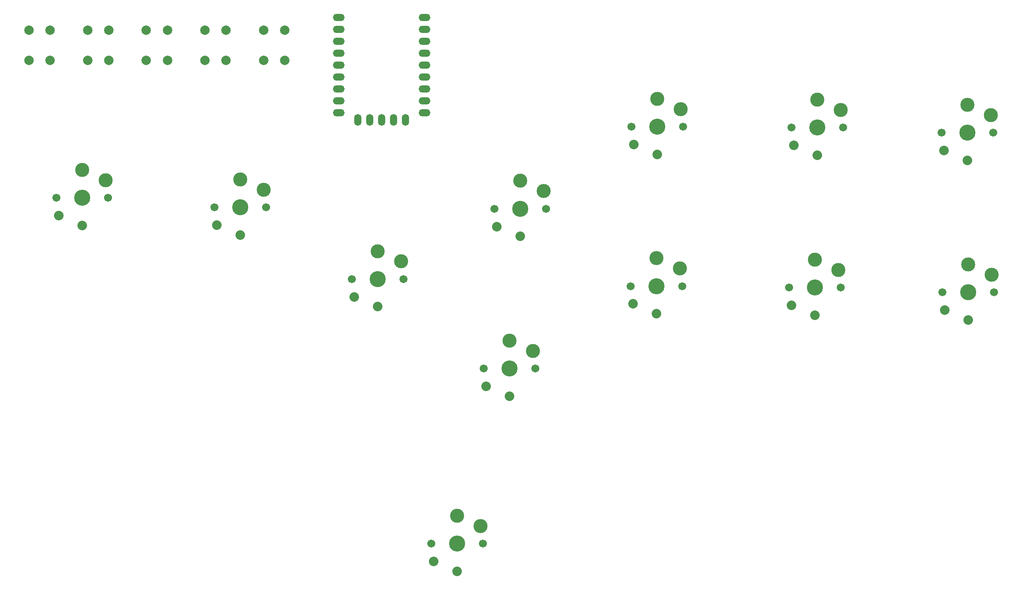
<source format=gbr>
%TF.GenerationSoftware,KiCad,Pcbnew,8.0.1*%
%TF.CreationDate,2024-03-26T13:51:38-04:00*%
%TF.ProjectId,hitbox,68697462-6f78-42e6-9b69-6361645f7063,rev?*%
%TF.SameCoordinates,Original*%
%TF.FileFunction,Soldermask,Top*%
%TF.FilePolarity,Negative*%
%FSLAX46Y46*%
G04 Gerber Fmt 4.6, Leading zero omitted, Abs format (unit mm)*
G04 Created by KiCad (PCBNEW 8.0.1) date 2024-03-26 13:51:38*
%MOMM*%
%LPD*%
G01*
G04 APERTURE LIST*
%ADD10C,2.000000*%
%ADD11C,1.701800*%
%ADD12C,3.000000*%
%ADD13C,3.429000*%
%ADD14C,2.032000*%
%ADD15O,2.500000X1.500000*%
%ADD16O,1.500000X2.500000*%
G04 APERTURE END LIST*
D10*
%TO.C,Home*%
X127750000Y-68250000D03*
X127750000Y-61750000D03*
X132250000Y-68250000D03*
X132250000Y-61750000D03*
%TD*%
D11*
%TO.C,B/Circle*%
X256000000Y-116350000D03*
D12*
X261500000Y-110400000D03*
D13*
X261500000Y-116350000D03*
D12*
X266500000Y-112600000D03*
D11*
X267000000Y-116350000D03*
D14*
X261500000Y-122250000D03*
X256500000Y-120150000D03*
%TD*%
D15*
%TO.C,U1*%
X212034194Y-59104962D03*
X212034194Y-61644962D03*
X212034194Y-64184962D03*
X212034194Y-66724962D03*
X212034194Y-69264962D03*
X212034194Y-71804962D03*
X212034194Y-74344962D03*
X212034194Y-76884962D03*
X212034194Y-79424962D03*
D16*
X207994194Y-80924962D03*
X205454194Y-80924962D03*
X202914194Y-80924962D03*
X200374194Y-80924962D03*
X197834194Y-80924962D03*
D15*
X193794194Y-79424962D03*
X193794194Y-76884962D03*
X193794194Y-74344962D03*
X193794194Y-71804962D03*
X193794194Y-69264962D03*
X193794194Y-66724962D03*
X193794194Y-64184962D03*
X193794194Y-61644962D03*
X193794194Y-59104962D03*
%TD*%
D11*
%TO.C,Up*%
X167300000Y-99550000D03*
D12*
X172800000Y-93600000D03*
D13*
X172800000Y-99550000D03*
D12*
X177800000Y-95800000D03*
D11*
X178300000Y-99550000D03*
D14*
X172800000Y-105450000D03*
X167800000Y-103350000D03*
%TD*%
D11*
%TO.C,Left*%
X133600000Y-97550000D03*
D12*
X139100000Y-91600000D03*
D13*
X139100000Y-97550000D03*
D12*
X144100000Y-93800000D03*
D11*
X144600000Y-97550000D03*
D14*
X139100000Y-103450000D03*
X134100000Y-101350000D03*
%TD*%
D11*
%TO.C,LT*%
X322500000Y-117650000D03*
D12*
X328000000Y-111700000D03*
D13*
X328000000Y-117650000D03*
D12*
X333000000Y-113900000D03*
D11*
X333500000Y-117650000D03*
D14*
X328000000Y-123550000D03*
X323000000Y-121450000D03*
%TD*%
D11*
%TO.C,Up*%
X213500000Y-171250000D03*
D12*
X219000000Y-165300000D03*
D13*
X219000000Y-171250000D03*
D12*
X224000000Y-167500000D03*
D11*
X224500000Y-171250000D03*
D14*
X219000000Y-177150000D03*
X214000000Y-175050000D03*
%TD*%
D10*
%TO.C,L3*%
X165250000Y-68250000D03*
X165250000Y-61750000D03*
X169750000Y-68250000D03*
X169750000Y-61750000D03*
%TD*%
%TO.C,Select*%
X140250000Y-68250000D03*
X140250000Y-61750000D03*
X144750000Y-68250000D03*
X144750000Y-61750000D03*
%TD*%
D11*
%TO.C,LB*%
X322300000Y-83650000D03*
D12*
X327800000Y-77700000D03*
D13*
X327800000Y-83650000D03*
D12*
X332800000Y-79900000D03*
D11*
X333300000Y-83650000D03*
D14*
X327800000Y-89550000D03*
X322800000Y-87450000D03*
%TD*%
%TO.C,Y/Triangle*%
X256700000Y-86150000D03*
X261700000Y-88250000D03*
D11*
X267200000Y-82350000D03*
D12*
X266700000Y-78600000D03*
D13*
X261700000Y-82350000D03*
D12*
X261700000Y-76400000D03*
D11*
X256200000Y-82350000D03*
%TD*%
%TO.C,Right*%
X196600000Y-114850000D03*
D12*
X202100000Y-108900000D03*
D13*
X202100000Y-114850000D03*
D12*
X207100000Y-111100000D03*
D11*
X207600000Y-114850000D03*
D14*
X202100000Y-120750000D03*
X197100000Y-118650000D03*
%TD*%
D10*
%TO.C,R3*%
X177750000Y-68250000D03*
X177750000Y-61750000D03*
X182250000Y-68250000D03*
X182250000Y-61750000D03*
%TD*%
D11*
%TO.C,X/Square*%
X227000000Y-99850000D03*
D12*
X232500000Y-93900000D03*
D13*
X232500000Y-99850000D03*
D12*
X237500000Y-96100000D03*
D11*
X238000000Y-99850000D03*
D14*
X232500000Y-105750000D03*
X227500000Y-103650000D03*
%TD*%
D11*
%TO.C,X/A*%
X224700000Y-133950000D03*
D12*
X230200000Y-128000000D03*
D13*
X230200000Y-133950000D03*
D12*
X235200000Y-130200000D03*
D11*
X235700000Y-133950000D03*
D14*
X230200000Y-139850000D03*
X225200000Y-137750000D03*
%TD*%
D10*
%TO.C,Start*%
X152750000Y-68250000D03*
X152750000Y-61750000D03*
X157250000Y-68250000D03*
X157250000Y-61750000D03*
%TD*%
D11*
%TO.C,RT*%
X289800000Y-116650000D03*
D12*
X295300000Y-110700000D03*
D13*
X295300000Y-116650000D03*
D12*
X300300000Y-112900000D03*
D11*
X300800000Y-116650000D03*
D14*
X295300000Y-122550000D03*
X290300000Y-120450000D03*
%TD*%
D11*
%TO.C,RB*%
X290300000Y-82550000D03*
D12*
X295800000Y-76600000D03*
D13*
X295800000Y-82550000D03*
D12*
X300800000Y-78800000D03*
D11*
X301300000Y-82550000D03*
D14*
X295800000Y-88450000D03*
X290800000Y-86350000D03*
%TD*%
M02*

</source>
